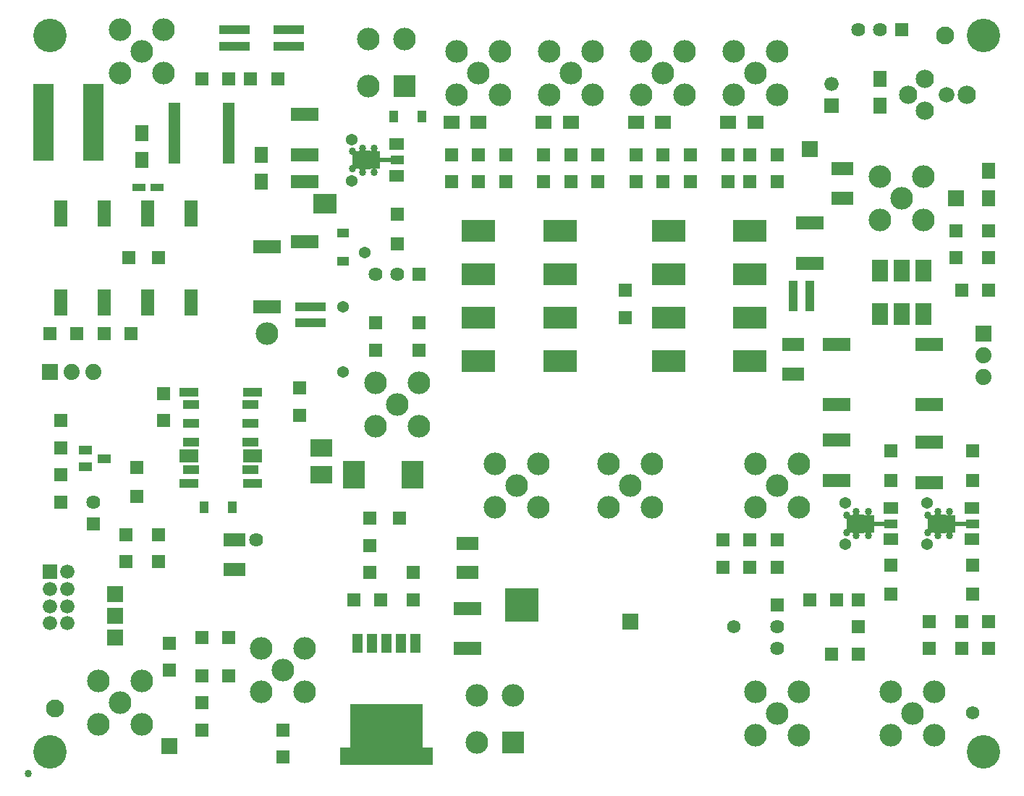
<source format=gts>
*%FSLAX24Y24*%
*%MOIN*%
G01*
%ADD11C,0.0000*%
%ADD12C,0.0050*%
%ADD13C,0.0060*%
%ADD14C,0.0070*%
%ADD15C,0.0073*%
%ADD16C,0.0079*%
%ADD17C,0.0080*%
%ADD18C,0.0098*%
%ADD19C,0.0100*%
%ADD20C,0.0120*%
%ADD21C,0.0160*%
%ADD22C,0.0160*%
%ADD23C,0.0197*%
%ADD24C,0.0200*%
%ADD25C,0.0200*%
%ADD26C,0.0240*%
%ADD27C,0.0250*%
%ADD28C,0.0280*%
%ADD29C,0.0300*%
%ADD30C,0.0300*%
%ADD31C,0.0320*%
%ADD32C,0.0340*%
%ADD33C,0.0360*%
%ADD34C,0.0380*%
%ADD35C,0.0394*%
%ADD36C,0.0397*%
%ADD37C,0.0400*%
%ADD38C,0.0400*%
%ADD39C,0.0434*%
%ADD40C,0.0480*%
%ADD41C,0.0500*%
%ADD42C,0.0500*%
%ADD43C,0.0520*%
%ADD44C,0.0540*%
%ADD45C,0.0560*%
%ADD46C,0.0580*%
%ADD47C,0.0600*%
%ADD48C,0.0600*%
%ADD49C,0.0620*%
%ADD50C,0.0640*%
%ADD51C,0.0650*%
%ADD52C,0.0660*%
%ADD53C,0.0670*%
%ADD54C,0.0680*%
%ADD55C,0.0700*%
%ADD56C,0.0720*%
%ADD57C,0.0740*%
%ADD58C,0.0750*%
%ADD59C,0.0760*%
%ADD60C,0.0800*%
%ADD61C,0.0827*%
%ADD62C,0.0840*%
%ADD63C,0.0850*%
%ADD64C,0.0870*%
%ADD65C,0.0900*%
%ADD66C,0.1000*%
%ADD67C,0.1040*%
%ADD68C,0.1417*%
%ADD69C,0.1417*%
%ADD70C,0.1500*%
%ADD71C,0.1540*%
%ADD72C,0.2417*%
%ADD73C,0.2417*%
%ADD74R,0.0200X0.0200*%
%ADD75R,0.0200X0.0400*%
%ADD76R,0.0250X0.0300*%
%ADD77R,0.0300X0.0300*%
%ADD78R,0.0350X0.0550*%
%ADD79R,0.0350X0.0800*%
%ADD80R,0.0360X0.1300*%
%ADD81R,0.0400X0.0400*%
%ADD82R,0.0400X0.0500*%
%ADD83R,0.0400X0.1350*%
%ADD84R,0.0400X0.2700*%
%ADD85R,0.0420X0.0850*%
%ADD86R,0.0440X0.0540*%
%ADD87R,0.0440X0.1390*%
%ADD88R,0.0460X0.0890*%
%ADD89R,0.0500X0.0200*%
%ADD90R,0.0500X0.0400*%
%ADD91R,0.0500X0.0500*%
%ADD92R,0.0500X0.0500*%
%ADD93R,0.0500X0.0850*%
%ADD94R,0.0500X0.2800*%
%ADD95R,0.0540X0.0440*%
%ADD96R,0.0540X0.0890*%
%ADD97R,0.0540X0.1140*%
%ADD98R,0.0540X0.2840*%
%ADD99R,0.0550X0.0350*%
%ADD100R,0.0551X0.0394*%
%ADD101R,0.0551X0.1417*%
%ADD102R,0.0560X0.0320*%
%ADD103R,0.0591X0.0434*%
%ADD104R,0.0600X0.0280*%
%ADD105R,0.0600X0.0300*%
%ADD106R,0.0600X0.0360*%
%ADD107R,0.0600X0.0600*%
%ADD108R,0.0600X0.0600*%
%ADD109R,0.0600X0.0700*%
%ADD110R,0.0600X0.0900*%
%ADD111R,0.0600X0.1200*%
%ADD112R,0.0620X0.0620*%
%ADD113R,0.0640X0.0320*%
%ADD114R,0.0640X0.0340*%
%ADD115R,0.0640X0.0400*%
%ADD116R,0.0640X0.0640*%
%ADD117R,0.0640X0.0740*%
%ADD118R,0.0640X0.1240*%
%ADD119R,0.0650X0.0200*%
%ADD120R,0.0650X0.0300*%
%ADD121R,0.0650X0.0550*%
%ADD122R,0.0660X0.0660*%
%ADD123R,0.0700X0.0300*%
%ADD124R,0.0700X0.0340*%
%ADD125R,0.0700X0.0350*%
%ADD126R,0.0700X0.0600*%
%ADD127R,0.0700X0.0700*%
%ADD128R,0.0700X0.0700*%
%ADD129R,0.0700X0.1000*%
%ADD130R,0.0709X0.0394*%
%ADD131R,0.0740X0.0640*%
%ADD132R,0.0740X0.0740*%
%ADD133R,0.0740X0.1040*%
%ADD134R,0.0749X0.0434*%
%ADD135R,0.0750X0.0300*%
%ADD136R,0.0750X0.0400*%
%ADD137R,0.0750X0.0550*%
%ADD138R,0.0750X0.0800*%
%ADD139R,0.0760X0.0760*%
%ADD140R,0.0800X0.0350*%
%ADD141R,0.0800X0.0550*%
%ADD142R,0.0800X0.3400*%
%ADD143R,0.0827X0.0394*%
%ADD144R,0.0827X0.0591*%
%ADD145R,0.0867X0.0434*%
%ADD146R,0.0867X0.0631*%
%ADD147R,0.0900X0.0900*%
%ADD148R,0.0900X0.3500*%
%ADD149R,0.0940X0.3540*%
%ADD150R,0.0950X0.1200*%
%ADD151R,0.0960X0.0540*%
%ADD152R,0.0960X0.1220*%
%ADD153R,0.0984X0.1260*%
%ADD154R,0.1000X0.0600*%
%ADD155R,0.1000X0.0800*%
%ADD156R,0.1000X0.1000*%
%ADD157R,0.1000X0.1000*%
%ADD158R,0.1000X0.1200*%
%ADD159R,0.1000X0.1250*%
%ADD160R,0.1040X0.0640*%
%ADD161R,0.1040X0.0840*%
%ADD162R,0.1040X0.1040*%
%ADD163R,0.1040X0.1290*%
%ADD164R,0.1102X0.0394*%
%ADD165R,0.1200X0.0600*%
%ADD166R,0.1200X0.1200*%
%ADD167R,0.1250X0.0600*%
%ADD168R,0.1250X0.0800*%
%ADD169R,0.1250X0.1250*%
%ADD170R,0.1260X0.0591*%
%ADD171R,0.1290X0.0640*%
%ADD172R,0.1300X0.0631*%
%ADD173R,0.1300X0.0360*%
%ADD174R,0.1350X0.0400*%
%ADD175R,0.1390X0.0440*%
%ADD176R,0.1500X0.1000*%
%ADD177R,0.1500X0.1500*%
%ADD178R,0.1540X0.1040*%
%ADD179R,0.1540X0.1540*%
%ADD180R,0.1600X0.0200*%
%ADD181R,0.1600X0.2400*%
%ADD182R,0.1700X0.1700*%
%ADD183R,0.1900X0.1900*%
%ADD184R,0.2000X0.2000*%
%ADD185R,0.2100X0.2100*%
%ADD186R,0.2200X0.2200*%
%ADD187R,0.2300X0.2300*%
%ADD188R,0.2500X0.0500*%
%ADD189R,0.2750X0.0500*%
%ADD190R,0.3000X0.3000*%
%ADD191R,0.3300X0.2750*%
%ADD192R,0.3340X0.2790*%
%ADD193R,0.3700X0.3700*%
%ADD194R,0.4250X0.0750*%
%ADD195R,0.4290X0.0790*%
D11*
X72790Y41720D02*
D03*
Y39720D02*
D03*
Y38470D02*
D03*
X71790Y57470D02*
D03*
X72040Y47220D02*
D03*
X71790Y53220D02*
D03*
X69040Y58970D02*
D03*
X69790Y59720D02*
D03*
X69540Y63220D02*
D03*
X69040Y41720D02*
D03*
X70040Y54970D02*
D03*
X69290Y48720D02*
D03*
X70540D02*
D03*
X68790Y39220D02*
D03*
X69040Y35970D02*
D03*
X70540Y38470D02*
D03*
X66790Y58970D02*
D03*
Y56970D02*
D03*
X67040Y44720D02*
D03*
X67290Y48720D02*
D03*
Y54720D02*
D03*
Y39220D02*
D03*
X67540Y36970D02*
D03*
Y35720D02*
D03*
X65540Y59720D02*
D03*
X65790Y52970D02*
D03*
X66040Y32720D02*
D03*
X62790Y60470D02*
D03*
X64040Y57470D02*
D03*
X64540Y64470D02*
D03*
X63040Y55470D02*
D03*
X63540Y47720D02*
D03*
Y38970D02*
D03*
X64540Y35720D02*
D03*
X60790Y46970D02*
D03*
Y56220D02*
D03*
X62040Y38970D02*
D03*
X61790Y35970D02*
D03*
X60790Y32720D02*
D03*
X59790Y62970D02*
D03*
X59290Y60470D02*
D03*
X59790Y57470D02*
D03*
X59540Y45220D02*
D03*
X59790Y52220D02*
D03*
X59540Y53220D02*
D03*
Y55220D02*
D03*
Y38970D02*
D03*
X58290Y59470D02*
D03*
Y47970D02*
D03*
X58790Y37220D02*
D03*
X58040Y45220D02*
D03*
Y40220D02*
D03*
X55290Y60220D02*
D03*
X55540Y62970D02*
D03*
Y58220D02*
D03*
X55290Y55970D02*
D03*
X56790Y47970D02*
D03*
X56540Y50220D02*
D03*
X53790Y59470D02*
D03*
X54290Y55220D02*
D03*
X54790Y45970D02*
D03*
Y47970D02*
D03*
X54290Y52470D02*
D03*
X54540Y49970D02*
D03*
X53290Y43470D02*
D03*
X53040Y37970D02*
D03*
X51040Y62970D02*
D03*
Y57470D02*
D03*
Y53220D02*
D03*
X52290Y56220D02*
D03*
X51790Y46220D02*
D03*
X52040Y34720D02*
D03*
X50790Y60220D02*
D03*
X49790Y46220D02*
D03*
X50790Y55220D02*
D03*
Y51970D02*
D03*
X49790Y35220D02*
D03*
X47790Y52220D02*
D03*
Y53220D02*
D03*
X48790Y47470D02*
D03*
X47290Y36970D02*
D03*
X47540Y40220D02*
D03*
X46540Y59470D02*
D03*
X46040Y58470D02*
D03*
X46790Y55970D02*
D03*
X45540Y48970D02*
D03*
X45290Y51220D02*
D03*
X46040Y41220D02*
D03*
X47040Y38720D02*
D03*
X45290Y38970D02*
D03*
X46290Y30970D02*
D03*
Y32720D02*
D03*
X44290Y55470D02*
D03*
X43290Y50470D02*
D03*
X43540Y52970D02*
D03*
X44790Y32720D02*
D03*
X45040Y37470D02*
D03*
X43290Y30970D02*
D03*
X44790D02*
D03*
X43290Y32720D02*
D03*
X43040Y56220D02*
D03*
X42540Y41970D02*
D03*
X42290Y61470D02*
D03*
X42040Y59720D02*
D03*
Y55970D02*
D03*
X42290Y52470D02*
D03*
Y37470D02*
D03*
Y38970D02*
D03*
X39290Y62970D02*
D03*
X41040D02*
D03*
X39790Y61220D02*
D03*
Y59720D02*
D03*
Y57220D02*
D03*
X40540Y41970D02*
D03*
X41040Y53720D02*
D03*
X40040Y46470D02*
D03*
X40540Y40220D02*
D03*
Y38470D02*
D03*
X39040Y64470D02*
D03*
X38290Y60220D02*
D03*
X37290Y56720D02*
D03*
X37790Y51720D02*
D03*
X39040Y55470D02*
D03*
X38540Y48370D02*
D03*
X38040Y49720D02*
D03*
X38790Y41970D02*
D03*
X39040Y38470D02*
D03*
X38290Y31470D02*
D03*
Y32970D02*
D03*
X35790Y57220D02*
D03*
X36040Y63720D02*
D03*
X35540Y50470D02*
D03*
X36540Y54720D02*
D03*
X35790Y53220D02*
D03*
X35640Y48370D02*
D03*
X37040Y43970D02*
D03*
X36540Y41720D02*
D03*
X36290Y40470D02*
D03*
X35540Y38470D02*
D03*
Y36970D02*
D03*
X36290Y35720D02*
D03*
X34290Y58720D02*
D03*
Y60970D02*
D03*
X35040Y54970D02*
D03*
X33540Y46970D02*
D03*
X34790Y44720D02*
D03*
X35290Y42720D02*
D03*
Y40720D02*
D03*
X34040Y35720D02*
D03*
X34540Y32720D02*
D03*
X32290Y60970D02*
D03*
Y59220D02*
D03*
X31790Y54720D02*
D03*
Y53220D02*
D03*
X32290Y48720D02*
D03*
Y45470D02*
D03*
X32040Y43720D02*
D03*
X31540Y40470D02*
D03*
X31290Y64470D02*
D03*
X30290Y57970D02*
D03*
X30040Y60220D02*
D03*
X30540Y53220D02*
D03*
X30290Y41720D02*
D03*
X28790Y57970D02*
D03*
X29040Y41720D02*
D03*
X28790Y45220D02*
D03*
D32*
X69740Y41320D02*
D03*
X70190Y42270D02*
D03*
Y41170D02*
D03*
X70740Y42270D02*
D03*
Y41170D02*
D03*
X69740Y42120D02*
D03*
X65990Y41320D02*
D03*
X66440Y42270D02*
D03*
Y41170D02*
D03*
X66990Y42270D02*
D03*
Y41170D02*
D03*
X65990Y42120D02*
D03*
X43240Y58070D02*
D03*
X43690Y59020D02*
D03*
Y57920D02*
D03*
X44240Y59020D02*
D03*
Y57920D02*
D03*
X43240Y58870D02*
D03*
X28290Y30220D02*
D03*
D39*
X70540Y64220D02*
D03*
X29540Y33220D02*
D03*
D44*
X43790Y54220D02*
D03*
X42790Y48720D02*
D03*
Y51720D02*
D03*
X69690Y40770D02*
D03*
Y42670D02*
D03*
X65940Y40770D02*
D03*
Y42670D02*
D03*
X43190Y57520D02*
D03*
Y59420D02*
D03*
D49*
X71790Y33020D02*
D03*
X60790Y36970D02*
D03*
D50*
X38790Y40970D02*
D03*
X66540Y64470D02*
D03*
X67540D02*
D03*
X62790Y36970D02*
D03*
Y35970D02*
D03*
X44290Y53220D02*
D03*
X45290D02*
D03*
X31290Y42720D02*
D03*
D52*
X65290Y61970D02*
D03*
X30084Y37139D02*
D03*
Y37926D02*
D03*
Y38714D02*
D03*
Y39501D02*
D03*
X29296Y37139D02*
D03*
Y37926D02*
D03*
X29296Y38714D02*
D03*
D56*
X70595Y61470D02*
D03*
D57*
X72290Y48470D02*
D03*
Y49470D02*
D03*
X31290Y48720D02*
D03*
X30290D02*
D03*
D61*
X70540Y64220D02*
D03*
X29540Y33220D02*
D03*
D62*
X71540Y61470D02*
D03*
X69611Y60742D02*
D03*
X68823Y61470D02*
D03*
X69611Y62198D02*
D03*
D67*
X48963Y33803D02*
D03*
X50617D02*
D03*
X48963Y31637D02*
D03*
X32540Y64470D02*
D03*
X33540Y63470D02*
D03*
X34540Y64470D02*
D03*
X32540Y62470D02*
D03*
X34540D02*
D03*
X39290Y50470D02*
D03*
X53290Y62470D02*
D03*
X52290Y63470D02*
D03*
X54290Y61470D02*
D03*
X52290D02*
D03*
X54290Y63470D02*
D03*
X49040Y62470D02*
D03*
X48040Y63470D02*
D03*
X50040Y61470D02*
D03*
X48040D02*
D03*
X50040Y63470D02*
D03*
X61790Y62470D02*
D03*
X60790Y63470D02*
D03*
X62790Y61470D02*
D03*
X60790D02*
D03*
X62790Y63470D02*
D03*
X57540Y62470D02*
D03*
X56540Y63470D02*
D03*
X58540Y61470D02*
D03*
X56540D02*
D03*
X58540Y63470D02*
D03*
X68540Y56720D02*
D03*
X67540Y57720D02*
D03*
X69540Y55720D02*
D03*
X67540D02*
D03*
X69540Y57720D02*
D03*
X62790Y43470D02*
D03*
X61790Y44470D02*
D03*
X63790Y42470D02*
D03*
X61790D02*
D03*
X63790Y44470D02*
D03*
X69040Y32970D02*
D03*
X68040Y33970D02*
D03*
X70040Y31970D02*
D03*
X68040D02*
D03*
X70040Y33970D02*
D03*
X62790Y32970D02*
D03*
X61790Y33970D02*
D03*
X63790Y31970D02*
D03*
X61790D02*
D03*
X63790Y33970D02*
D03*
X56040Y43470D02*
D03*
X55040Y44470D02*
D03*
X57040Y42470D02*
D03*
X55040D02*
D03*
X57040Y44470D02*
D03*
X50790Y43470D02*
D03*
X49790Y44470D02*
D03*
X51790Y42470D02*
D03*
X49790D02*
D03*
X51790Y44470D02*
D03*
X40040Y34970D02*
D03*
X39040Y35970D02*
D03*
X41040Y33970D02*
D03*
X39040D02*
D03*
X41040Y35970D02*
D03*
X45290Y47220D02*
D03*
X44290Y48220D02*
D03*
X46290Y46220D02*
D03*
X44290D02*
D03*
X46290Y48220D02*
D03*
X43963Y61887D02*
D03*
X45617Y64053D02*
D03*
X43963D02*
D03*
X32540Y33470D02*
D03*
X31540Y34470D02*
D03*
X33540Y32470D02*
D03*
X31540D02*
D03*
X33540Y34470D02*
D03*
D71*
X29290Y64220D02*
D03*
X72290D02*
D03*
Y31220D02*
D03*
X29290D02*
D03*
D86*
X37690Y42470D02*
D03*
X36390D02*
D03*
X45140Y60470D02*
D03*
X46440D02*
D03*
D87*
X64290Y52220D02*
D03*
X63540D02*
D03*
D88*
X46130Y36220D02*
D03*
X45460D02*
D03*
X44790D02*
D03*
X44120D02*
D03*
X43450D02*
D03*
D89*
X71090Y41720D02*
D03*
X67340D02*
D03*
X44590Y58470D02*
D03*
D95*
X42790Y53820D02*
D03*
Y55120D02*
D03*
D96*
X70290Y41720D02*
D03*
X66540D02*
D03*
X43790Y58470D02*
D03*
D98*
X37540Y59720D02*
D03*
X35040D02*
D03*
D103*
X30924Y45094D02*
D03*
X31790Y44720D02*
D03*
X30924Y44346D02*
D03*
D113*
X71790Y40970D02*
D03*
Y42470D02*
D03*
X68040Y40970D02*
D03*
Y42470D02*
D03*
X45290Y57720D02*
D03*
Y59220D02*
D03*
D114*
X34240Y57220D02*
D03*
X33390D02*
D03*
D115*
X71790Y41720D02*
D03*
X68040D02*
D03*
X45290Y58470D02*
D03*
D116*
X71790Y39820D02*
D03*
Y38470D02*
D03*
Y45070D02*
D03*
Y43720D02*
D03*
X72540Y52470D02*
D03*
X71290D02*
D03*
X55790D02*
D03*
Y51220D02*
D03*
X34540Y46470D02*
D03*
Y47720D02*
D03*
X40790Y46720D02*
D03*
Y47970D02*
D03*
X50290Y58720D02*
D03*
X49040D02*
D03*
X47790D02*
D03*
Y57470D02*
D03*
X50290D02*
D03*
X49040D02*
D03*
X52040Y58720D02*
D03*
Y57470D02*
D03*
X54540D02*
D03*
X53290D02*
D03*
X54540Y58720D02*
D03*
X53290D02*
D03*
X58790D02*
D03*
X57540D02*
D03*
X56290D02*
D03*
Y57470D02*
D03*
X58790D02*
D03*
X57540D02*
D03*
X60540Y58720D02*
D03*
Y57470D02*
D03*
X62790D02*
D03*
X61540D02*
D03*
X62790Y58720D02*
D03*
X61540D02*
D03*
X68540Y64470D02*
D03*
X72540Y53970D02*
D03*
Y55220D02*
D03*
X71040Y53970D02*
D03*
Y55220D02*
D03*
X60290Y39720D02*
D03*
X61540D02*
D03*
X60290Y40970D02*
D03*
X61540D02*
D03*
X62790Y39720D02*
D03*
Y40970D02*
D03*
X68040Y45070D02*
D03*
Y43720D02*
D03*
Y39820D02*
D03*
Y38470D02*
D03*
X69790Y35970D02*
D03*
Y37220D02*
D03*
X71290D02*
D03*
Y35970D02*
D03*
X72540Y37220D02*
D03*
Y35970D02*
D03*
X66540Y35720D02*
D03*
X65290D02*
D03*
X66540Y38220D02*
D03*
Y36970D02*
D03*
X65540Y38220D02*
D03*
X64290D02*
D03*
X62790Y37970D02*
D03*
X45390Y41970D02*
D03*
X44040D02*
D03*
Y40720D02*
D03*
Y39470D02*
D03*
X44540Y38220D02*
D03*
X43290D02*
D03*
X46040Y39470D02*
D03*
Y38220D02*
D03*
X40040Y30970D02*
D03*
Y32220D02*
D03*
X34790Y36220D02*
D03*
Y34970D02*
D03*
X36290Y32220D02*
D03*
Y33470D02*
D03*
X37540Y34720D02*
D03*
X36290D02*
D03*
X37540Y36470D02*
D03*
X36290D02*
D03*
X34290Y41220D02*
D03*
Y39970D02*
D03*
X44290Y50970D02*
D03*
Y49720D02*
D03*
X46290Y50970D02*
D03*
Y49720D02*
D03*
Y53220D02*
D03*
X45290Y54620D02*
D03*
Y55970D02*
D03*
X38540Y62220D02*
D03*
X39790D02*
D03*
X36290D02*
D03*
X37540D02*
D03*
X32940Y53970D02*
D03*
X34290D02*
D03*
X31790Y50470D02*
D03*
X33040D02*
D03*
X30540D02*
D03*
X29290D02*
D03*
X29790Y46470D02*
D03*
Y45220D02*
D03*
X33290Y44320D02*
D03*
Y42970D02*
D03*
X32790Y39970D02*
D03*
Y41220D02*
D03*
X31290Y41720D02*
D03*
X29790Y43970D02*
D03*
Y42720D02*
D03*
D117*
X39040Y58720D02*
D03*
Y57470D02*
D03*
X67540Y60970D02*
D03*
Y62220D02*
D03*
X72540Y56720D02*
D03*
Y57970D02*
D03*
X33540Y59720D02*
D03*
Y58470D02*
D03*
D118*
X35790Y51920D02*
D03*
X33790Y56020D02*
D03*
X31790D02*
D03*
X29790D02*
D03*
X31790Y51920D02*
D03*
X33790D02*
D03*
X35790Y56020D02*
D03*
X29790Y51920D02*
D03*
D121*
X71765Y40995D02*
D03*
Y42445D02*
D03*
X68015Y40995D02*
D03*
Y42445D02*
D03*
X45265Y57745D02*
D03*
Y59195D02*
D03*
D122*
X65290Y60970D02*
D03*
X29296Y39501D02*
D03*
D131*
X47790Y60220D02*
D03*
X49040D02*
D03*
X52040D02*
D03*
X53290D02*
D03*
X60540D02*
D03*
X61790D02*
D03*
X56290D02*
D03*
X57540D02*
D03*
D132*
X72290Y50470D02*
D03*
X71040Y56720D02*
D03*
X56040Y37220D02*
D03*
X29290Y48720D02*
D03*
X32290Y38470D02*
D03*
Y37470D02*
D03*
Y36470D02*
D03*
D133*
X67540Y51370D02*
D03*
X68540D02*
D03*
X69540D02*
D03*
X68540Y53370D02*
D03*
X69540D02*
D03*
X67540D02*
D03*
D134*
X38540Y45480D02*
D03*
Y46346D02*
D03*
Y47212D02*
D03*
Y44220D02*
D03*
X35784D02*
D03*
X35784Y45480D02*
D03*
X35784Y46346D02*
D03*
Y47212D02*
D03*
D139*
X64290Y58970D02*
D03*
X34790Y31470D02*
D03*
D145*
X35686Y47763D02*
D03*
X38638D02*
D03*
X35686Y43590D02*
D03*
X38638D02*
D03*
D146*
Y44850D02*
D03*
X35686D02*
D03*
D147*
X41890Y56470D02*
X42040D01*
D149*
X28990Y60220D02*
D03*
X31290D02*
D03*
D160*
X65790Y58070D02*
D03*
Y56720D02*
D03*
X63540Y48620D02*
D03*
Y49970D02*
D03*
X48540Y40820D02*
D03*
Y39470D02*
D03*
X37790Y39620D02*
D03*
Y40970D02*
D03*
D161*
X41790Y43970D02*
D03*
Y45220D02*
D03*
D162*
X50617Y31637D02*
D03*
X45617Y61887D02*
D03*
D163*
X45990Y43970D02*
D03*
X43290D02*
D03*
D168*
X70365Y41720D02*
D03*
D03*
D03*
X66615D02*
D03*
D03*
D03*
X43865Y58470D02*
D03*
D03*
D03*
D171*
X69790Y45470D02*
D03*
Y43620D02*
D03*
X41040Y58720D02*
D03*
Y60570D02*
D03*
X64290Y55570D02*
D03*
Y53720D02*
D03*
X65540Y43720D02*
D03*
Y45570D02*
D03*
X48540Y35970D02*
D03*
Y37820D02*
D03*
D172*
X69790Y47220D02*
D03*
Y49970D02*
D03*
X39290Y54470D02*
D03*
Y51720D02*
D03*
X41040Y57470D02*
D03*
Y54720D02*
D03*
X65540Y49970D02*
D03*
Y47220D02*
D03*
D175*
X41290Y51720D02*
D03*
Y50970D02*
D03*
X40290Y63720D02*
D03*
Y64470D02*
D03*
X37790Y63720D02*
D03*
Y64470D02*
D03*
D178*
X61540Y53220D02*
D03*
Y49220D02*
D03*
X57790Y53220D02*
D03*
Y49220D02*
D03*
Y55220D02*
D03*
X61540D02*
D03*
X57790Y51220D02*
D03*
X61540D02*
D03*
X52790Y53220D02*
D03*
Y49220D02*
D03*
X49040Y53220D02*
D03*
Y49220D02*
D03*
Y55220D02*
D03*
X52790D02*
D03*
X49040Y51220D02*
D03*
X52790D02*
D03*
D179*
X51040Y37970D02*
D03*
D180*
X70840Y41720D02*
D03*
X67090D02*
D03*
X44340Y58470D02*
D03*
D192*
X44790Y32020D02*
D03*
D195*
Y31020D02*
D03*
M02*

</source>
